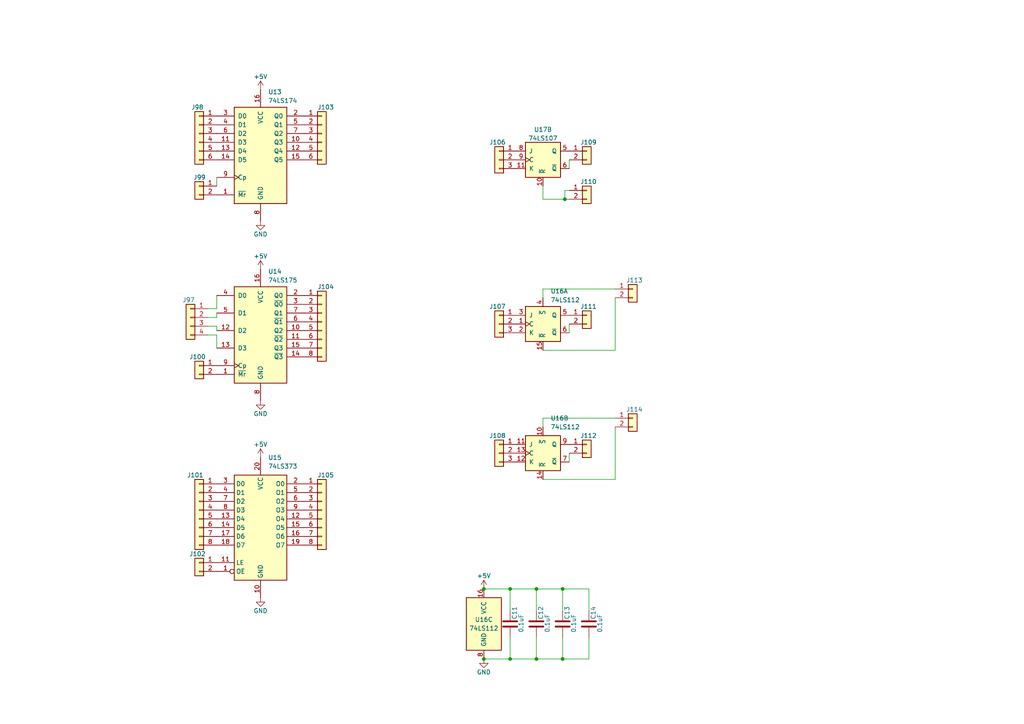
<source format=kicad_sch>
(kicad_sch (version 20231120) (generator "eeschema") (generator_version "8.0")
  (paper "A4")
  (lib_symbols
    (symbol "74xx:74LS107" (pin_names (offset 1.016))
      (property "Reference" "U" (at -7.62 8.89 0))
      (property "Value" "74LS107" (at -7.62 -8.89 0))
      (symbol "74LS107_1_0"
        (pin input line (at -7.62 2.54 0) (length 2.54) (name "J") (number "1"))
        (pin input clock (at -7.62 0 0) (length 2.54) (name "C") (number "12"))
        (pin input line (at 0 -7.62 90) (length 2.54) (name "~{R}") (number "13"))
        (pin output line (at 7.62 -2.54 180) (length 2.54) (name "~{Q}") (number "2"))
        (pin output line (at 7.62 2.54 180) (length 2.54) (name "Q") (number "3"))
        (pin input line (at -7.62 -2.54 0) (length 2.54) (name "K") (number "4"))
      )
      (symbol "74LS107_1_1"
        (rectangle (start -5.08 5.08) (end 5.08 -5.08) (stroke (width 0.254)) (fill (type background)))
      )
      (symbol "74LS107_2_0"
        (pin input line (at 0 -7.62 90) (length 2.54) (name "~{R}") (number "10"))
        (pin input line (at -7.62 -2.54 0) (length 2.54) (name "K") (number "11"))
        (pin output line (at 7.62 2.54 180) (length 2.54) (name "Q") (number "5"))
        (pin output line (at 7.62 -2.54 180) (length 2.54) (name "~{Q}") (number "6"))
        (pin input line (at -7.62 2.54 0) (length 2.54) (name "J") (number "8"))
        (pin input clock (at -7.62 0 0) (length 2.54) (name "C") (number "9"))
      )
      (symbol "74LS107_2_1"
        (rectangle (start -5.08 5.08) (end 5.08 -5.08) (stroke (width 0.254)) (fill (type background)))
      )
      (symbol "74LS107_3_0"
        (pin power_in line (at 0 10.16 270) (length 2.54) (name "VCC") (number "14"))
        (pin power_in line (at 0 -10.16 90) (length 2.54) (name "GND") (number "7"))
      )
      (symbol "74LS107_3_1"
        (rectangle (start -5.08 7.62) (end 5.08 -7.62) (stroke (width 0.254)) (fill (type background)))
      )
    )
    (symbol "74xx:74LS112" (pin_names (offset 1.016))
      (property "Reference" "U" (at -7.62 8.89 0))
      (property "Value" "74LS112" (at -7.62 -8.89 0))
      (symbol "74LS112_1_0"
        (pin input clock (at -7.62 0 0) (length 2.54) (name "C") (number "1"))
        (pin input line (at 0 -7.62 90) (length 2.54) (name "~{R}") (number "15"))
        (pin input line (at -7.62 -2.54 0) (length 2.54) (name "K") (number "2"))
        (pin input line (at -7.62 2.54 0) (length 2.54) (name "J") (number "3"))
        (pin input line (at 0 7.62 270) (length 2.54) (name "~{S}") (number "4"))
        (pin output line (at 7.62 2.54 180) (length 2.54) (name "Q") (number "5"))
        (pin output line (at 7.62 -2.54 180) (length 2.54) (name "~{Q}") (number "6"))
      )
      (symbol "74LS112_1_1"
        (rectangle (start -5.08 5.08) (end 5.08 -5.08) (stroke (width 0.254)) (fill (type background)))
      )
      (symbol "74LS112_2_0"
        (pin input line (at 0 7.62 270) (length 2.54) (name "~{S}") (number "10"))
        (pin input line (at -7.62 2.54 0) (length 2.54) (name "J") (number "11"))
        (pin input line (at -7.62 -2.54 0) (length 2.54) (name "K") (number "12"))
        (pin input clock (at -7.62 0 0) (length 2.54) (name "C") (number "13"))
        (pin input line (at 0 -7.62 90) (length 2.54) (name "~{R}") (number "14"))
        (pin output line (at 7.62 -2.54 180) (length 2.54) (name "~{Q}") (number "7"))
        (pin output line (at 7.62 2.54 180) (length 2.54) (name "Q") (number "9"))
      )
      (symbol "74LS112_2_1"
        (rectangle (start -5.08 5.08) (end 5.08 -5.08) (stroke (width 0.254)) (fill (type background)))
      )
      (symbol "74LS112_3_0"
        (pin power_in line (at 0 10.16 270) (length 2.54) (name "VCC") (number "16"))
        (pin power_in line (at 0 -10.16 90) (length 2.54) (name "GND") (number "8"))
      )
      (symbol "74LS112_3_1"
        (rectangle (start -5.08 7.62) (end 5.08 -7.62) (stroke (width 0.254)) (fill (type background)))
      )
    )
    (symbol "74xx:74LS174" (pin_names (offset 1.016))
      (property "Reference" "U" (at -7.62 13.97 0))
      (property "Value" "74LS174" (at -7.62 -16.51 0))
      (symbol "74LS174_1_0"
        (pin input line (at -12.7 -12.7 0) (length 5.08) (name "~{Mr}") (number "1"))
        (pin output line (at 12.7 2.54 180) (length 5.08) (name "Q3") (number "10"))
        (pin input line (at -12.7 2.54 0) (length 5.08) (name "D3") (number "11"))
        (pin output line (at 12.7 0 180) (length 5.08) (name "Q4") (number "12"))
        (pin input line (at -12.7 0 0) (length 5.08) (name "D4") (number "13"))
        (pin input line (at -12.7 -2.54 0) (length 5.08) (name "D5") (number "14"))
        (pin output line (at 12.7 -2.54 180) (length 5.08) (name "Q5") (number "15"))
        (pin power_in line (at 0 17.78 270) (length 5.08) (name "VCC") (number "16"))
        (pin output line (at 12.7 10.16 180) (length 5.08) (name "Q0") (number "2"))
        (pin input line (at -12.7 10.16 0) (length 5.08) (name "D0") (number "3"))
        (pin input line (at -12.7 7.62 0) (length 5.08) (name "D1") (number "4"))
        (pin output line (at 12.7 7.62 180) (length 5.08) (name "Q1") (number "5"))
        (pin input line (at -12.7 5.08 0) (length 5.08) (name "D2") (number "6"))
        (pin output line (at 12.7 5.08 180) (length 5.08) (name "Q2") (number "7"))
        (pin power_in line (at 0 -20.32 90) (length 5.08) (name "GND") (number "8"))
        (pin input clock (at -12.7 -7.62 0) (length 5.08) (name "Cp") (number "9"))
      )
      (symbol "74LS174_1_1"
        (rectangle (start -7.62 12.7) (end 7.62 -15.24) (stroke (width 0.254)) (fill (type background)))
      )
    )
    (symbol "74xx:74LS175" (pin_names (offset 1.016))
      (property "Reference" "U" (at -7.62 13.97 0))
      (property "Value" "74LS175" (at -7.62 -16.51 0))
      (symbol "74LS175_1_0"
        (pin input line (at -12.7 -12.7 0) (length 5.08) (name "~{Mr}") (number "1"))
        (pin output line (at 12.7 0 180) (length 5.08) (name "Q2") (number "10"))
        (pin output line (at 12.7 -2.54 180) (length 5.08) (name "~{Q2}") (number "11"))
        (pin input line (at -12.7 0 0) (length 5.08) (name "D2") (number "12"))
        (pin input line (at -12.7 -5.08 0) (length 5.08) (name "D3") (number "13"))
        (pin output line (at 12.7 -7.62 180) (length 5.08) (name "~{Q3}") (number "14"))
        (pin output line (at 12.7 -5.08 180) (length 5.08) (name "Q3") (number "15"))
        (pin power_in line (at 0 17.78 270) (length 5.08) (name "VCC") (number "16"))
        (pin output line (at 12.7 10.16 180) (length 5.08) (name "Q0") (number "2"))
        (pin output line (at 12.7 7.62 180) (length 5.08) (name "~{Q0}") (number "3"))
        (pin input line (at -12.7 10.16 0) (length 5.08) (name "D0") (number "4"))
        (pin input line (at -12.7 5.08 0) (length 5.08) (name "D1") (number "5"))
        (pin output line (at 12.7 2.54 180) (length 5.08) (name "~{Q1}") (number "6"))
        (pin output line (at 12.7 5.08 180) (length 5.08) (name "Q1") (number "7"))
        (pin power_in line (at 0 -20.32 90) (length 5.08) (name "GND") (number "8"))
        (pin input clock (at -12.7 -10.16 0) (length 5.08) (name "Cp") (number "9"))
      )
      (symbol "74LS175_1_1"
        (rectangle (start -7.62 12.7) (end 7.62 -15.24) (stroke (width 0.254)) (fill (type background)))
      )
    )
    (symbol "74xx:74LS373"
      (property "Reference" "U" (at -7.62 16.51 0))
      (property "Value" "74LS373" (at -7.62 -16.51 0))
      (symbol "74LS373_1_0"
        (pin input inverted (at -12.7 -12.7 0) (length 5.08) (name "OE") (number "1"))
        (pin power_in line (at 0 -20.32 90) (length 5.08) (name "GND") (number "10"))
        (pin input line (at -12.7 -10.16 0) (length 5.08) (name "LE") (number "11"))
        (pin tri_state line (at 12.7 2.54 180) (length 5.08) (name "O4") (number "12"))
        (pin input line (at -12.7 2.54 0) (length 5.08) (name "D4") (number "13"))
        (pin input line (at -12.7 0 0) (length 5.08) (name "D5") (number "14"))
        (pin tri_state line (at 12.7 0 180) (length 5.08) (name "O5") (number "15"))
        (pin tri_state line (at 12.7 -2.54 180) (length 5.08) (name "O6") (number "16"))
        (pin input line (at -12.7 -2.54 0) (length 5.08) (name "D6") (number "17"))
        (pin input line (at -12.7 -5.08 0) (length 5.08) (name "D7") (number "18"))
        (pin tri_state line (at 12.7 -5.08 180) (length 5.08) (name "O7") (number "19"))
        (pin tri_state line (at 12.7 12.7 180) (length 5.08) (name "O0") (number "2"))
        (pin power_in line (at 0 20.32 270) (length 5.08) (name "VCC") (number "20"))
        (pin input line (at -12.7 12.7 0) (length 5.08) (name "D0") (number "3"))
        (pin input line (at -12.7 10.16 0) (length 5.08) (name "D1") (number "4"))
        (pin tri_state line (at 12.7 10.16 180) (length 5.08) (name "O1") (number "5"))
        (pin tri_state line (at 12.7 7.62 180) (length 5.08) (name "O2") (number "6"))
        (pin input line (at -12.7 7.62 0) (length 5.08) (name "D2") (number "7"))
        (pin input line (at -12.7 5.08 0) (length 5.08) (name "D3") (number "8"))
        (pin tri_state line (at 12.7 5.08 180) (length 5.08) (name "O3") (number "9"))
      )
      (symbol "74LS373_1_1"
        (rectangle (start -7.62 15.24) (end 7.62 -15.24) (stroke (width 0.254)) (fill (type background)))
      )
    )
    (symbol "Connector_Generic:Conn_01x02" (pin_names (offset 1.016) hide)
      (property "Reference" "J" (at 0 2.54 0))
      (property "Value" "Conn_01x02" (at 0 -5.08 0))
      (symbol "Conn_01x02_1_1"
        (rectangle (start -1.27 -2.413) (end 0 -2.667) (stroke (width 0.1524)))
        (rectangle (start -1.27 0.127) (end 0 -0.127) (stroke (width 0.1524)))
        (rectangle (start -1.27 1.27) (end 1.27 -3.81) (stroke (width 0.254)) (fill (type background)))
        (pin passive line (at -5.08 0 0) (length 3.81) (name "Pin_1") (number "1"))
        (pin passive line (at -5.08 -2.54 0) (length 3.81) (name "Pin_2") (number "2"))
      )
    )
    (symbol "Connector_Generic:Conn_01x03" (pin_names (offset 1.016) hide)
      (property "Reference" "J" (at 0 5.08 0))
      (property "Value" "Conn_01x03" (at 0 -5.08 0))
      (symbol "Conn_01x03_1_1"
        (rectangle (start -1.27 -2.413) (end 0 -2.667) (stroke (width 0.1524)))
        (rectangle (start -1.27 0.127) (end 0 -0.127) (stroke (width 0.1524)))
        (rectangle (start -1.27 2.667) (end 0 2.413) (stroke (width 0.1524)))
        (rectangle (start -1.27 3.81) (end 1.27 -3.81) (stroke (width 0.254)) (fill (type background)))
        (pin passive line (at -5.08 2.54 0) (length 3.81) (name "Pin_1") (number "1"))
        (pin passive line (at -5.08 0 0) (length 3.81) (name "Pin_2") (number "2"))
        (pin passive line (at -5.08 -2.54 0) (length 3.81) (name "Pin_3") (number "3"))
      )
    )
    (symbol "Connector_Generic:Conn_01x04" (pin_names (offset 1.016) hide)
      (property "Reference" "J" (at 0 5.08 0))
      (property "Value" "Conn_01x04" (at 0 -7.62 0))
      (symbol "Conn_01x04_1_1"
        (rectangle (start -1.27 -4.953) (end 0 -5.207) (stroke (width 0.1524)))
        (rectangle (start -1.27 -2.413) (end 0 -2.667) (stroke (width 0.1524)))
        (rectangle (start -1.27 0.127) (end 0 -0.127) (stroke (width 0.1524)))
        (rectangle (start -1.27 2.667) (end 0 2.413) (stroke (width 0.1524)))
        (rectangle (start -1.27 3.81) (end 1.27 -6.35) (stroke (width 0.254)) (fill (type background)))
        (pin passive line (at -5.08 2.54 0) (length 3.81) (name "Pin_1") (number "1"))
        (pin passive line (at -5.08 0 0) (length 3.81) (name "Pin_2") (number "2"))
        (pin passive line (at -5.08 -2.54 0) (length 3.81) (name "Pin_3") (number "3"))
        (pin passive line (at -5.08 -5.08 0) (length 3.81) (name "Pin_4") (number "4"))
      )
    )
    (symbol "Connector_Generic:Conn_01x06" (pin_names (offset 1.016) hide)
      (property "Reference" "J" (at 0 7.62 0))
      (property "Value" "Conn_01x06" (at 0 -10.16 0))
      (symbol "Conn_01x06_1_1"
        (rectangle (start -1.27 -7.493) (end 0 -7.747) (stroke (width 0.1524)))
        (rectangle (start -1.27 -4.953) (end 0 -5.207) (stroke (width 0.1524)))
        (rectangle (start -1.27 -2.413) (end 0 -2.667) (stroke (width 0.1524)))
        (rectangle (start -1.27 0.127) (end 0 -0.127) (stroke (width 0.1524)))
        (rectangle (start -1.27 2.667) (end 0 2.413) (stroke (width 0.1524)))
        (rectangle (start -1.27 5.207) (end 0 4.953) (stroke (width 0.1524)))
        (rectangle (start -1.27 6.35) (end 1.27 -8.89) (stroke (width 0.254)) (fill (type background)))
        (pin passive line (at -5.08 5.08 0) (length 3.81) (name "Pin_1") (number "1"))
        (pin passive line (at -5.08 2.54 0) (length 3.81) (name "Pin_2") (number "2"))
        (pin passive line (at -5.08 0 0) (length 3.81) (name "Pin_3") (number "3"))
        (pin passive line (at -5.08 -2.54 0) (length 3.81) (name "Pin_4") (number "4"))
        (pin passive line (at -5.08 -5.08 0) (length 3.81) (name "Pin_5") (number "5"))
        (pin passive line (at -5.08 -7.62 0) (length 3.81) (name "Pin_6") (number "6"))
      )
    )
    (symbol "Connector_Generic:Conn_01x08" (pin_names (offset 1.016) hide)
      (property "Reference" "J" (at 0 10.16 0))
      (property "Value" "Conn_01x08" (at 0 -12.7 0))
      (symbol "Conn_01x08_1_1"
        (rectangle (start -1.27 -10.033) (end 0 -10.287) (stroke (width 0.1524)))
        (rectangle (start -1.27 -7.493) (end 0 -7.747) (stroke (width 0.1524)))
        (rectangle (start -1.27 -4.953) (end 0 -5.207) (stroke (width 0.1524)))
        (rectangle (start -1.27 -2.413) (end 0 -2.667) (stroke (width 0.1524)))
        (rectangle (start -1.27 0.127) (end 0 -0.127) (stroke (width 0.1524)))
        (rectangle (start -1.27 2.667) (end 0 2.413) (stroke (width 0.1524)))
        (rectangle (start -1.27 5.207) (end 0 4.953) (stroke (width 0.1524)))
        (rectangle (start -1.27 7.747) (end 0 7.493) (stroke (width 0.1524)))
        (rectangle (start -1.27 8.89) (end 1.27 -11.43) (stroke (width 0.254)) (fill (type background)))
        (pin passive line (at -5.08 7.62 0) (length 3.81) (name "Pin_1") (number "1"))
        (pin passive line (at -5.08 5.08 0) (length 3.81) (name "Pin_2") (number "2"))
        (pin passive line (at -5.08 2.54 0) (length 3.81) (name "Pin_3") (number "3"))
        (pin passive line (at -5.08 0 0) (length 3.81) (name "Pin_4") (number "4"))
        (pin passive line (at -5.08 -2.54 0) (length 3.81) (name "Pin_5") (number "5"))
        (pin passive line (at -5.08 -5.08 0) (length 3.81) (name "Pin_6") (number "6"))
        (pin passive line (at -5.08 -7.62 0) (length 3.81) (name "Pin_7") (number "7"))
        (pin passive line (at -5.08 -10.16 0) (length 3.81) (name "Pin_8") (number "8"))
      )
    )
    (symbol "Device:C" (pin_numbers hide) (pin_names (offset 0.254))
      (property "Reference" "C" (at 0.635 2.54 0))
      (property "Value" "C" (at 0.635 -2.54 0))
      (symbol "C_0_1"
        (polyline (pts (xy -2.032 -0.762) (xy 2.032 -0.762)) (stroke (width 0.508)))
        (polyline (pts (xy -2.032 0.762) (xy 2.032 0.762)) (stroke (width 0.508)))
      )
      (symbol "C_1_1"
        (pin passive line (at 0 3.81 270) (length 2.794) (name "~") (number "1"))
        (pin passive line (at 0 -3.81 90) (length 2.794) (name "~") (number "2"))
      )
    )
    (symbol "power:+5V" (power) (pin_names (offset 0))
      (property "Value" "+5V" (at 0 3.556 0))
      (symbol "+5V_0_1"
        (polyline (pts (xy -0.762 1.27) (xy 0 2.54)))
        (polyline (pts (xy 0 0) (xy 0 2.54)))
        (polyline (pts (xy 0 2.54) (xy 0.762 1.27)))
      )
      (symbol "+5V_1_1"
        (pin power_in line (at 0 0 90) (length 0) hide (name "+5V") (number "1"))
      )
    )
    (symbol "power:GND" (power) (pin_names (offset 0))
      (property "Value" "GND" (at 0 -3.81 0))
      (symbol "GND_0_1"
        (polyline (pts (xy 0 0) (xy 0 -1.27) (xy 1.27 -1.27) (xy 0 -2.54) (xy -1.27 -1.27) (xy 0 -1.27)))
      )
      (symbol "GND_1_1"
        (pin power_in line (at 0 0 270) (length 0) hide (name "GND") (number "1"))
      )
    )
  )
  (junction (at 155.575 191.135))
  (junction (at 140.335 170.815))
  (junction (at 147.955 170.815))
  (junction (at 163.195 170.815))
  (junction (at 163.195 191.135))
  (junction (at 140.335 191.135))
  (junction (at 163.83 57.785))
  (junction (at 147.955 191.135))
  (junction (at 155.575 170.815))
  (wire (pts (xy 170.815 184.785) (xy 170.815 191.135)))
  (wire (pts (xy 178.435 101.6) (xy 157.48 101.6)))
  (wire (pts (xy 178.435 121.285) (xy 157.48 121.285)))
  (wire (pts (xy 178.435 83.82) (xy 157.48 83.82)))
  (wire (pts (xy 157.48 57.785) (xy 157.48 53.975)))
  (wire (pts (xy 60.325 89.535) (xy 62.865 89.535)))
  (wire (pts (xy 157.48 83.82) (xy 157.48 86.36)))
  (wire (pts (xy 147.955 191.135) (xy 140.335 191.135)))
  (wire (pts (xy 60.325 97.155) (xy 62.865 97.155)))
  (wire (pts (xy 155.575 191.135) (xy 163.195 191.135)))
  (wire (pts (xy 165.1 93.98) (xy 165.1 96.52)))
  (wire (pts (xy 165.1 131.445) (xy 165.1 133.985)))
  (wire (pts (xy 170.815 177.165) (xy 170.815 170.815)))
  (wire (pts (xy 163.195 177.165) (xy 163.195 170.815)))
  (wire (pts (xy 60.325 94.615) (xy 62.865 94.615)))
  (wire (pts (xy 147.955 170.815) (xy 155.575 170.815)))
  (wire (pts (xy 163.83 57.785) (xy 157.48 57.785)))
  (wire (pts (xy 147.955 170.815) (xy 140.335 170.815)))
  (wire (pts (xy 147.955 177.165) (xy 147.955 170.815)))
  (wire (pts (xy 62.865 51.435) (xy 62.865 53.975)))
  (wire (pts (xy 163.83 55.245) (xy 163.83 57.785)))
  (wire (pts (xy 62.865 94.615) (xy 62.865 95.885)))
  (wire (pts (xy 178.435 139.065) (xy 157.48 139.065)))
  (wire (pts (xy 155.575 177.165) (xy 155.575 170.815)))
  (wire (pts (xy 62.865 92.075) (xy 62.865 90.805)))
  (wire (pts (xy 62.865 97.155) (xy 62.865 100.965)))
  (wire (pts (xy 155.575 184.785) (xy 155.575 191.135)))
  (wire (pts (xy 163.195 184.785) (xy 163.195 191.135)))
  (wire (pts (xy 155.575 170.815) (xy 163.195 170.815)))
  (wire (pts (xy 147.955 191.135) (xy 155.575 191.135)))
  (wire (pts (xy 165.1 57.785) (xy 163.83 57.785)))
  (wire (pts (xy 178.435 123.825) (xy 178.435 139.065)))
  (wire (pts (xy 62.865 89.535) (xy 62.865 85.725)))
  (wire (pts (xy 147.955 184.785) (xy 147.955 191.135)))
  (wire (pts (xy 163.195 170.815) (xy 170.815 170.815)))
  (wire (pts (xy 178.435 86.36) (xy 178.435 101.6)))
  (wire (pts (xy 165.1 46.355) (xy 165.1 48.895)))
  (wire (pts (xy 60.325 92.075) (xy 62.865 92.075)))
  (wire (pts (xy 165.1 55.245) (xy 163.83 55.245)))
  (wire (pts (xy 157.48 121.285) (xy 157.48 123.825)))
  (wire (pts (xy 163.195 191.135) (xy 170.815 191.135)))
  (symbol (lib_id "power:GND") (at 75.565 116.205 0) (unit 1)
    (property "Reference" "#PWR016" (effects (hide yes)))
    (property "Value" "GND" (at 75.565 120.015 0))
  )
  (symbol (lib_id "Device:C") (at 147.955 180.975 0) (unit 1)
    (property "Reference" "C11" (at 149.225 179.705 90) (effects (justify left)))
    (property "Value" "0.1uF" (at 151.13 183.515 90) (effects (justify left)))
    (property "Footprint" "Capacitor_SMD:C_0805_2012Metric_Pad1.18x1.45mm_HandSolder" (effects (hide yes)))
  )
  (symbol (lib_id "Connector_Generic:Conn_01x08") (at 93.345 147.955 0) (unit 1)
    (property "Reference" "J105" (at 92.075 137.795 0) (effects (justify left)))
    (property "Value" "Conn_01x08" (effects (hide yes)))
    (property "Footprint" "Connector_PinSocket_2.54mm:PinSocket_1x08_P2.54mm_Vertical" (effects (hide yes)))
  )
  (symbol (lib_id "74xx:74LS373") (at 75.565 153.035 0) (unit 1)
    (property "Reference" "U15" (at 77.7591 132.715 0) (effects (justify left)))
    (property "Value" "74LS373" (at 77.7591 135.255 0) (effects (justify left)))
    (property "Footprint" "Package_SO:SO-20_5.3x12.6mm_P1.27mm" (effects (hide yes)))
    (property "Datasheet" "http://www.ti.com/lit/gpn/sn74LS373" (effects (hide yes)))
  )
  (symbol (lib_id "Connector_Generic:Conn_01x08") (at 93.345 93.345 0) (unit 1)
    (property "Reference" "J104" (at 92.075 83.185 0) (effects (justify left)))
    (property "Value" "Conn_01x08" (effects (hide yes)))
    (property "Footprint" "Connector_PinSocket_2.54mm:PinSocket_1x08_P2.54mm_Vertical" (effects (hide yes)))
  )
  (symbol (lib_id "power:GND") (at 75.565 64.135 0) (unit 1)
    (property "Reference" "#PWR014" (effects (hide yes)))
    (property "Value" "GND" (at 75.565 67.945 0))
  )
  (symbol (lib_id "Connector_Generic:Conn_01x04") (at 55.245 92.075 0) (mirror y) (unit 1)
    (property "Reference" "J97" (at 56.515 86.995 0) (effects (justify left)))
    (property "Value" "Conn_01x04" (effects (hide yes)))
    (property "Footprint" "Connector_PinSocket_2.54mm:PinSocket_1x04_P2.54mm_Vertical" (effects (hide yes)))
  )
  (symbol (lib_id "Connector_Generic:Conn_01x08") (at 57.785 147.955 0) (mirror y) (unit 1)
    (property "Reference" "J101" (at 59.055 137.795 0) (effects (justify left)))
    (property "Value" "Conn_01x08" (effects (hide yes)))
    (property "Footprint" "Connector_PinSocket_2.54mm:PinSocket_1x08_P2.54mm_Vertical" (effects (hide yes)))
  )
  (symbol (lib_id "Connector_Generic:Conn_01x03") (at 144.78 93.98 0) (mirror y) (unit 1)
    (property "Reference" "J107" (at 146.685 88.9 0) (effects (justify left)))
    (property "Value" "Conn_01x03" (effects (hide yes)))
    (property "Footprint" "Connector_PinSocket_2.54mm:PinSocket_1x03_P2.54mm_Vertical" (effects (hide yes)))
  )
  (symbol (lib_id "power:GND") (at 75.565 173.355 0) (unit 1)
    (property "Reference" "#PWR018" (effects (hide yes)))
    (property "Value" "GND" (at 75.565 177.165 0))
  )
  (symbol (lib_id "Connector_Generic:Conn_01x02") (at 57.785 53.975 0) (mirror y) (unit 1)
    (property "Reference" "J99" (at 59.69 51.435 0) (effects (justify left)))
    (property "Value" "Conn_01x02" (effects (hide yes)))
    (property "Footprint" "Connector_PinSocket_2.54mm:PinSocket_1x02_P2.54mm_Vertical" (effects (hide yes)))
  )
  (symbol (lib_id "Connector_Generic:Conn_01x02") (at 170.18 55.245 0) (unit 1)
    (property "Reference" "J110" (at 168.275 52.705 0) (effects (justify left)))
    (property "Value" "Conn_01x02" (effects (hide yes)))
    (property "Footprint" "Connector_PinSocket_2.54mm:PinSocket_1x02_P2.54mm_Vertical" (effects (hide yes)))
  )
  (symbol (lib_id "power:+5V") (at 140.335 170.815 0) (unit 1)
    (property "Reference" "#PWR019" (effects (hide yes)))
    (property "Value" "+5V" (at 140.335 167.005 0))
  )
  (symbol (lib_id "power:+5V") (at 75.565 26.035 0) (unit 1)
    (property "Reference" "#PWR013" (effects (hide yes)))
    (property "Value" "+5V" (at 75.565 22.225 0))
  )
  (symbol (lib_id "Connector_Generic:Conn_01x02") (at 57.785 106.045 0) (mirror y) (unit 1)
    (property "Reference" "J100" (at 59.69 103.505 0) (effects (justify left)))
    (property "Value" "Conn_01x02" (effects (hide yes)))
    (property "Footprint" "Connector_PinSocket_2.54mm:PinSocket_1x02_P2.54mm_Vertical" (effects (hide yes)))
  )
  (symbol (lib_id "Connector_Generic:Conn_01x02") (at 170.18 43.815 0) (unit 1)
    (property "Reference" "J109" (at 168.275 41.275 0) (effects (justify left)))
    (property "Value" "Conn_01x02" (effects (hide yes)))
    (property "Footprint" "Connector_PinSocket_2.54mm:PinSocket_1x02_P2.54mm_Vertical" (effects (hide yes)))
  )
  (symbol (lib_id "74xx:74LS175") (at 75.565 95.885 0) (unit 1)
    (property "Reference" "U14" (at 77.7591 78.74 0) (effects (justify left)))
    (property "Value" "74LS175" (at 77.7591 81.28 0) (effects (justify left)))
    (property "Footprint" "Package_SO:SOIC-16_3.9x9.9mm_P1.27mm" (effects (hide yes)))
    (property "Datasheet" "http://www.ti.com/lit/gpn/sn74LS175" (effects (hide yes)))
  )
  (symbol (lib_id "Connector_Generic:Conn_01x02") (at 170.18 91.44 0) (unit 1)
    (property "Reference" "J111" (at 168.275 88.9 0) (effects (justify left)))
    (property "Value" "Conn_01x02" (effects (hide yes)))
    (property "Footprint" "Connector_PinSocket_2.54mm:PinSocket_1x02_P2.54mm_Vertical" (effects (hide yes)))
  )
  (symbol (lib_id "Connector_Generic:Conn_01x02") (at 57.785 163.195 0) (mirror y) (unit 1)
    (property "Reference" "J102" (at 59.69 160.655 0) (effects (justify left)))
    (property "Value" "Conn_01x02" (effects (hide yes)))
    (property "Footprint" "Connector_PinSocket_2.54mm:PinSocket_1x02_P2.54mm_Vertical" (effects (hide yes)))
  )
  (symbol (lib_id "Connector_Generic:Conn_01x06") (at 57.785 38.735 0) (mirror y) (unit 1)
    (property "Reference" "J98" (at 59.055 31.115 0) (effects (justify left)))
    (property "Value" "Conn_01x06" (effects (hide yes)))
    (property "Footprint" "Connector_PinSocket_2.54mm:PinSocket_1x06_P2.54mm_Vertical" (effects (hide yes)))
  )
  (symbol (lib_id "74xx:74LS112") (at 157.48 131.445 0) (unit 2)
    (property "Reference" "U16" (at 159.6741 121.285 0) (effects (justify left)))
    (property "Value" "74LS112" (at 159.6741 123.825 0) (effects (justify left)))
    (property "Footprint" "Package_SO:SOIC-16_3.9x9.9mm_P1.27mm" (effects (hide yes)))
    (property "Datasheet" "http://www.ti.com/lit/gpn/sn74LS112" (effects (hide yes)))
  )
  (symbol (lib_id "Device:C") (at 170.815 180.975 0) (unit 1)
    (property "Reference" "C14" (at 172.085 179.705 90) (effects (justify left)))
    (property "Value" "0.1uF" (at 173.99 183.515 90) (effects (justify left)))
    (property "Footprint" "Capacitor_SMD:C_0805_2012Metric_Pad1.18x1.45mm_HandSolder" (effects (hide yes)))
  )
  (symbol (lib_id "Connector_Generic:Conn_01x03") (at 144.78 46.355 0) (mirror y) (unit 1)
    (property "Reference" "J106" (at 146.685 41.275 0) (effects (justify left)))
    (property "Value" "Conn_01x03" (effects (hide yes)))
    (property "Footprint" "Connector_PinSocket_2.54mm:PinSocket_1x03_P2.54mm_Vertical" (effects (hide yes)))
  )
  (symbol (lib_id "74xx:74LS112") (at 140.335 180.975 0) (unit 3)
    (property "Reference" "U16" (at 140.335 179.705 0))
    (property "Value" "74LS112" (at 140.335 182.245 0))
    (property "Footprint" "Package_SO:SOIC-16_3.9x9.9mm_P1.27mm" (effects (hide yes)))
    (property "Datasheet" "http://www.ti.com/lit/gpn/sn74LS112" (effects (hide yes)))
  )
  (symbol (lib_id "Device:C") (at 163.195 180.975 0) (unit 1)
    (property "Reference" "C13" (at 164.465 179.705 90) (effects (justify left)))
    (property "Value" "0.1uF" (at 166.37 183.515 90) (effects (justify left)))
    (property "Footprint" "Capacitor_SMD:C_0805_2012Metric_Pad1.18x1.45mm_HandSolder" (effects (hide yes)))
  )
  (symbol (lib_id "74xx:74LS112") (at 157.48 93.98 0) (unit 1)
    (property "Reference" "U16" (at 159.6741 84.455 0) (effects (justify left)))
    (property "Value" "74LS112" (at 159.6741 86.995 0) (effects (justify left)))
    (property "Footprint" "Package_SO:SOIC-16_3.9x9.9mm_P1.27mm" (effects (hide yes)))
    (property "Datasheet" "http://www.ti.com/lit/gpn/sn74LS112" (effects (hide yes)))
  )
  (symbol (lib_id "Connector_Generic:Conn_01x02") (at 183.515 83.82 0) (unit 1)
    (property "Reference" "J113" (at 181.61 81.28 0) (effects (justify left)))
    (property "Value" "Conn_01x02" (effects (hide yes)))
    (property "Footprint" "Connector_PinSocket_2.54mm:PinSocket_1x02_P2.54mm_Vertical" (effects (hide yes)))
  )
  (symbol (lib_id "power:+5V") (at 75.565 132.715 0) (unit 1)
    (property "Reference" "#PWR017" (effects (hide yes)))
    (property "Value" "+5V" (at 75.565 128.905 0))
  )
  (symbol (lib_id "74xx:74LS107") (at 157.48 46.355 0) (unit 2)
    (property "Reference" "U17" (at 157.48 37.5752 0))
    (property "Value" "74LS107" (at 157.48 40.1121 0))
    (property "Footprint" "Package_SO:SOIC-14_3.9x8.7mm_P1.27mm" (effects (hide yes)))
    (property "Datasheet" "http://www.ti.com/lit/gpn/sn74LS107" (effects (hide yes)))
  )
  (symbol (lib_id "Connector_Generic:Conn_01x06") (at 93.345 38.735 0) (unit 1)
    (property "Reference" "J103" (at 92.075 31.115 0) (effects (justify left)))
    (property "Value" "Conn_01x06" (effects (hide yes)))
    (property "Footprint" "Connector_PinSocket_2.54mm:PinSocket_1x06_P2.54mm_Vertical" (effects (hide yes)))
  )
  (symbol (lib_id "74xx:74LS174") (at 75.565 43.815 0) (unit 1)
    (property "Reference" "U13" (at 77.7591 26.67 0) (effects (justify left)))
    (property "Value" "74LS174" (at 77.7591 29.21 0) (effects (justify left)))
    (property "Footprint" "Package_SO:SOIC-16_3.9x9.9mm_P1.27mm" (effects (hide yes)))
    (property "Datasheet" "http://www.ti.com/lit/gpn/sn74LS174" (effects (hide yes)))
  )
  (symbol (lib_id "Connector_Generic:Conn_01x02") (at 170.18 128.905 0) (unit 1)
    (property "Reference" "J112" (at 168.275 126.365 0) (effects (justify left)))
    (property "Value" "Conn_01x02" (effects (hide yes)))
    (property "Footprint" "Connector_PinSocket_2.54mm:PinSocket_1x02_P2.54mm_Vertical" (effects (hide yes)))
  )
  (symbol (lib_id "Device:C") (at 155.575 180.975 0) (unit 1)
    (property "Reference" "C12" (at 156.845 179.705 90) (effects (justify left)))
    (property "Value" "0.1uF" (at 158.75 183.515 90) (effects (justify left)))
    (property "Footprint" "Capacitor_SMD:C_0805_2012Metric_Pad1.18x1.45mm_HandSolder" (effects (hide yes)))
  )
  (symbol (lib_id "power:+5V") (at 75.565 78.105 0) (unit 1)
    (property "Reference" "#PWR015" (effects (hide yes)))
    (property "Value" "+5V" (at 75.565 74.295 0))
  )
  (symbol (lib_id "Connector_Generic:Conn_01x03") (at 144.78 131.445 0) (mirror y) (unit 1)
    (property "Reference" "J108" (at 146.685 126.365 0) (effects (justify left)))
    (property "Value" "Conn_01x03" (effects (hide yes)))
    (property "Footprint" "Connector_PinSocket_2.54mm:PinSocket_1x03_P2.54mm_Vertical" (effects (hide yes)))
  )
  (symbol (lib_id "power:GND") (at 140.335 191.135 0) (unit 1)
    (property "Reference" "#PWR020" (effects (hide yes)))
    (property "Value" "GND" (at 140.335 194.945 0))
  )
  (symbol (lib_id "Connector_Generic:Conn_01x02") (at 183.515 121.285 0) (unit 1)
    (property "Reference" "J114" (at 181.61 118.745 0) (effects (justify left)))
    (property "Value" "Conn_01x02" (effects (hide yes)))
    (property "Footprint" "Connector_PinSocket_2.54mm:PinSocket_1x02_P2.54mm_Vertical" (effects (hide yes)))
  )
)
</source>
